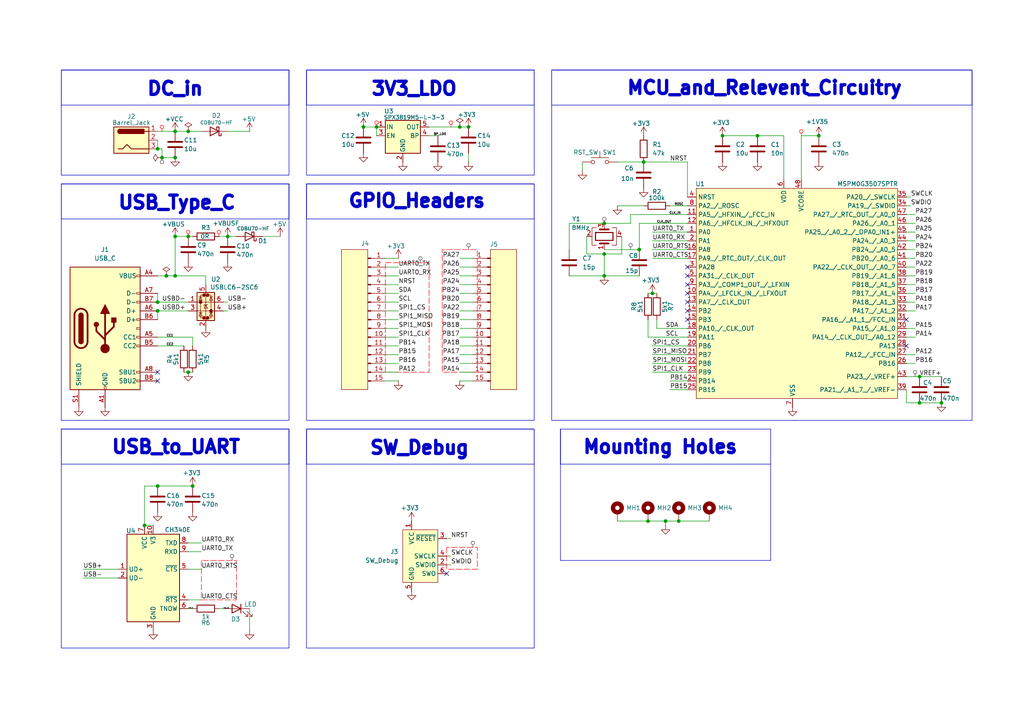
<source format=kicad_sch>
(kicad_sch (version 20250114) (generator "eeschema") (generator_version "9.0")
  (paper "A4")
  (title_block (title "MSPM0_DevKit") (date "2025-11-26") (rev "A") (company "Maduranga"))
  (lib_symbols
    (symbol "Conn_01x15_Pin_1" (pin_names (offset 1.016) (hide yes))
      (property "Reference" "J4" (at 0.635 22.86 0))
      (symbol "Conn_01x15_Pin_1_1_1"
        (pin passive line (at 5.08 17.78 180) (length 3.81) (name "Pin_1") (number "1"))
        (pin passive line (at 5.08 15.24 180) (length 3.81) (name "Pin_2") (number "2"))
        (pin passive line (at 5.08 12.7 180) (length 3.81) (name "Pin_3") (number "3"))
        (pin passive line (at 5.08 10.16 180) (length 3.81) (name "Pin_4") (number "4"))
        (pin passive line (at 5.08 7.62 180) (length 3.81) (name "Pin_5") (number "5"))
        (pin passive line (at 5.08 5.08 180) (length 3.81) (name "Pin_6") (number "6"))
        (pin passive line (at 5.08 2.54 180) (length 3.81) (name "Pin_7") (number "7"))
        (pin passive line (at 5.08 0 180) (length 3.81) (name "Pin_8") (number "8"))
        (pin passive line (at 5.08 -2.54 180) (length 3.81) (name "Pin_9") (number "9"))
        (pin passive line (at 5.08 -5.08 180) (length 3.81) (name "Pin_10") (number "10"))
        (pin passive line (at 5.08 -7.62 180) (length 3.81) (name "Pin_11") (number "11"))
        (pin passive line (at 5.08 -10.16 180) (length 3.81) (name "Pin_12") (number "12"))
        (pin passive line (at 5.08 -12.7 180) (length 3.81) (name "Pin_13") (number "13"))
        (pin passive line (at 5.08 -15.24 180) (length 3.81) (name "Pin_14") (number "14"))
        (pin passive line (at 5.08 -17.78 180) (length 3.81) (name "Pin_15") (number "15"))
      )
    )
    (symbol "Connector:Barrel_Jack" (pin_names (offset 1.016))
      (property "Reference" "J2" (at 0 8.89 0))
      (property "Value" "Barrel_Jack" (at 0 6.35 0))
      (symbol "Barrel_Jack_1_1"
        (pin passive line (at 7.62 2.54 180) (length 2.54) (name "~") (number "1"))
        (pin passive line (at 7.62 0 180) (length 2.54) (name "~") (number "2"))
        (pin passive line (at 7.62 -2.54 180) (length 2.54) (name "") (number "3"))
      )
    )
    (symbol "Connector:Conn_01x15_Pin" (pin_names (offset 1.016) (hide yes))
      (property "Reference" "J5" (at 0.635 20.32 0))
      (symbol "Conn_01x15_Pin_1_1"
        (pin passive line (at 5.08 17.78 180) (length 3.81) (name "Pin_1") (number "1"))
        (pin passive line (at 5.08 15.24 180) (length 3.81) (name "Pin_2") (number "2"))
        (pin passive line (at 5.08 12.7 180) (length 3.81) (name "Pin_3") (number "3"))
        (pin passive line (at 5.08 10.16 180) (length 3.81) (name "Pin_4") (number "4"))
        (pin passive line (at 5.08 7.62 180) (length 3.81) (name "Pin_5") (number "5"))
        (pin passive line (at 5.08 5.08 180) (length 3.81) (name "Pin_6") (number "6"))
        (pin passive line (at 5.08 2.54 180) (length 3.81) (name "Pin_7") (number "7"))
        (pin passive line (at 5.08 0 180) (length 3.81) (name "Pin_8") (number "8"))
        (pin passive line (at 5.08 -2.54 180) (length 3.81) (name "Pin_9") (number "9"))
        (pin passive line (at 5.08 -5.08 180) (length 3.81) (name "Pin_10") (number "10"))
        (pin passive line (at 5.08 -7.62 180) (length 3.81) (name "Pin_11") (number "11"))
        (pin passive line (at 5.08 -10.16 180) (length 3.81) (name "Pin_12") (number "12"))
        (pin passive line (at 5.08 -12.7 180) (length 3.81) (name "Pin_13") (number "13"))
        (pin passive line (at 5.08 -15.24 180) (length 3.81) (name "Pin_14") (number "14"))
        (pin passive line (at 5.08 -17.78 180) (length 3.81) (name "Pin_15") (number "15"))
      )
    )
    (symbol "Connector:Conn_ARM_SWD_TagConnect_TC2030" (in_bom no)
      (property "Reference" "J" (at 2.54 11.43 0))
      (property "Value" "Conn_ARM_SWD_TagConnect_TC2030" (at 5.08 8.89 0))
      (symbol "Conn_ARM_SWD_TagConnect_TC2030_0_0"
        (pin power_in line (at -2.54 10.16 270) (length 2.54) (name "VCC") (number "1"))
        (pin power_in line (at -2.54 -10.16 90) (length 2.54) (name "GND") (number "5"))
        (pin open_collector line (at 7.62 5.08 180) (length 2.54) (name "~{RESET}") (number "3"))
        (pin output line (at 7.62 0 180) (length 2.54) (name "SWCLK") (number "4"))
        (pin bidirectional line (at 7.62 -2.54 180) (length 2.54) (name "SWDIO") (number "2"))
        (pin input line (at 7.62 -5.08 180) (length 2.54) (name "SWO") (number "6"))
      )
    )
    (symbol "Connector:USB_C_Receptacle_USB2.0_16P" (pin_names (offset 1.016))
      (property "Reference" "J1" (at 0 22.86 0))
      (property "Value" "USB_C_Receptacle_USB2.0_16P" (at 0 20.32 0))
      (symbol "USB_C_Receptacle_USB2.0_16P_1_1"
        (pin passive line (at -7.62 -22.86 90) (length 5.08) (name "SHIELD") (number "S1"))
        (pin passive line (at 0 -22.86 90) (length 5.08) (name "GND") (number "A1"))
        (pin passive line (at 0 -22.86 90) (length 5.08) (hide yes) (name "GND") (number "A12"))
        (pin passive line (at 0 -22.86 90) (length 5.08) (hide yes) (name "GND") (number "B1"))
        (pin passive line (at 0 -22.86 90) (length 5.08) (hide yes) (name "GND") (number "B12"))
        (pin passive line (at 15.24 15.24 180) (length 5.08) (name "VBUS") (number "A4"))
        (pin passive line (at 15.24 15.24 180) (length 5.08) (hide yes) (name "VBUS") (number "A9"))
        (pin passive line (at 15.24 15.24 180) (length 5.08) (hide yes) (name "VBUS") (number "B4"))
        (pin passive line (at 15.24 15.24 180) (length 5.08) (hide yes) (name "VBUS") (number "B9"))
        (pin bidirectional line (at 15.24 10.16 180) (length 5.08) (name "D-") (number "A7"))
        (pin bidirectional line (at 15.24 7.62 180) (length 5.08) (name "D-") (number "B7"))
        (pin bidirectional line (at 15.24 5.08 180) (length 5.08) (name "D+") (number "A6"))
        (pin bidirectional line (at 15.24 2.54 180) (length 5.08) (name "D+") (number "B6"))
        (pin bidirectional line (at 15.24 -2.54 180) (length 5.08) (name "CC1") (number "A5"))
        (pin bidirectional line (at 15.24 -5.08 180) (length 5.08) (name "CC2") (number "B5"))
        (pin bidirectional line (at 15.24 -12.7 180) (length 5.08) (name "SBU1") (number "A8"))
        (pin bidirectional line (at 15.24 -15.24 180) (length 5.08) (name "SBU2") (number "B8"))
      )
    )
    (symbol "Device:C" (pin_numbers (hide yes)) (pin_names (offset 0.254))
      (property "Reference" "C" (at 0.635 2.54 0))
      (property "Value" "C" (at 0.635 -2.54 0))
      (symbol "C_1_1"
        (pin passive line (at 0 3.81 270) (length 2.794) (name "~") (number "1"))
        (pin passive line (at 0 -3.81 90) (length 2.794) (name "~") (number "2"))
      )
    )
    (symbol "Device:Crystal_GND24" (pin_names (offset 1.016) (hide yes))
      (property "Reference" "Y" (at 3.175 5.08 0))
      (property "Value" "Crystal_GND24" (at 3.175 3.175 0))
      (symbol "Crystal_GND24_1_1"
        (pin passive line (at -3.81 0 0) (length 1.27) (name "1") (number "1"))
        (pin passive line (at 0 5.08 270) (length 1.27) (name "2") (number "2"))
        (pin passive line (at 0 -5.08 90) (length 1.27) (name "4") (number "4"))
        (pin passive line (at 3.81 0 180) (length 1.27) (name "3") (number "3"))
      )
    )
    (symbol "Device:D_Schottky" (pin_numbers (hide yes)) (pin_names (offset 1.016) (hide yes))
      (property "Reference" "D" (at 0 2.54 0))
      (property "Value" "D_Schottky" (at 0 -2.54 0))
      (symbol "D_Schottky_1_1"
        (pin passive line (at -3.81 0 0) (length 2.54) (name "K") (number "1"))
        (pin passive line (at 3.81 0 180) (length 2.54) (name "A") (number "2"))
      )
    )
    (symbol "Device:LED" (pin_numbers (hide yes)) (pin_names (offset 1.016) (hide yes))
      (property "Reference" "D" (at 0 2.54 0))
      (property "Value" "LED" (at 0 -2.54 0))
      (symbol "LED_1_1"
        (pin passive line (at -3.81 0 0) (length 2.54) (name "K") (number "1"))
        (pin passive line (at 3.81 0 180) (length 2.54) (name "A") (number "2"))
      )
    )
    (symbol "Device:R" (pin_numbers (hide yes)) (pin_names (offset 0))
      (property "Reference" "R" (at 2.032 0 90))
      (property "Value" "R" (at 0 0 90))
      (symbol "R_1_1"
        (pin passive line (at 0 3.81 270) (length 1.27) (name "~") (number "1"))
        (pin passive line (at 0 -3.81 90) (length 1.27) (name "~") (number "2"))
      )
    )
    (symbol "Interface_USB:CH340E"
      (property "Reference" "U4" (at -7.874 13.716 0))
      (property "Value" "CH340E" (at 3.302 13.97 0))
      (symbol "CH340E_1_1"
        (pin bidirectional line (at -10.16 2.54 0) (length 2.54) (name "UD+") (number "1"))
        (pin bidirectional line (at -10.16 0 0) (length 2.54) (name "UD-") (number "2"))
        (pin power_in line (at -2.54 15.24 270) (length 2.54) (name "VCC") (number "7"))
        (pin power_out line (at 0 15.24 270) (length 2.54) (name "V3") (number "10"))
        (pin power_in line (at 0 -15.24 90) (length 2.54) (name "GND") (number "3"))
        (pin output line (at 10.16 10.16 180) (length 2.54) (name "TXD") (number "8"))
        (pin input line (at 10.16 7.62 180) (length 2.54) (name "RXD") (number "9"))
        (pin input line (at 10.16 2.54 180) (length 2.54) (name "~{CTS}") (number "5"))
        (pin output line (at 10.16 -6.35 180) (length 2.54) (name "~{RTS}") (number "4"))
        (pin output line (at 10.16 -8.89 180) (length 2.54) (name "TNOW") (number "6"))
      )
    )
    (symbol "MSPM0_DevKit_SchLib:MSPM0G3507SPTR"
      (property "Reference" "U1" (at -0.254 1.27 0))
      (property "Value" "MSPM0G3507SPTR" (at 40.894 1.27 0))
      (symbol "MSPM0G3507SPTR_0_0"
        (pin input line (at -2.54 -2.54 0) (length 2.54) (name "NRST") (number "4"))
        (pin bidirectional line (at -2.54 -5.08 0) (length 2.54) (name "PA2_/_ROSC") (number "8"))
        (pin bidirectional line (at -2.54 -7.62 0) (length 2.54) (name "PA5_/_HFXIN_/_FCC_IN") (number "11"))
        (pin bidirectional line (at -2.54 -10.16 0) (length 2.54) (name "PA6_/_HFCLK_IN_/_HFXOUT") (number "12"))
        (pin bidirectional line (at -2.54 -12.7 0) (length 2.54) (name "PA0") (number "1"))
        (pin bidirectional line (at -2.54 -15.24 0) (length 2.54) (name "PA1") (number "2"))
        (pin bidirectional line (at -2.54 -17.78 0) (length 2.54) (name "PA8") (number "16"))
        (pin bidirectional line (at -2.54 -20.32 0) (length 2.54) (name "PA9_/_RTC_OUT/_CLK_OUT") (number "17"))
        (pin bidirectional line (at -2.54 -22.86 0) (length 2.54) (name "PA28") (number "3"))
        (pin bidirectional line (at -2.54 -25.4 0) (length 2.54) (name "PA31_/_CLK_OUT") (number "5"))
        (pin bidirectional line (at -2.54 -27.94 0) (length 2.54) (name "PA3_/_COMP1_OUT_/_LFXIN") (number "9"))
        (pin bidirectional line (at -2.54 -30.48 0) (length 2.54) (name "PA4_/_LFCLK_IN_/_LFXOUT") (number "10"))
        (pin bidirectional line (at -2.54 -33.02 0) (length 2.54) (name "PA7_/_CLK_OUT") (number "13"))
        (pin bidirectional line (at -2.54 -35.56 0) (length 2.54) (name "PB2") (number "14"))
        (pin bidirectional line (at -2.54 -38.1 0) (length 2.54) (name "PB3") (number "15"))
        (pin bidirectional line (at -2.54 -40.64 0) (length 2.54) (name "PA10_/_CLK_OUT") (number "18"))
        (pin bidirectional line (at -2.54 -43.18 0) (length 2.54) (name "PA11") (number "19"))
        (pin bidirectional line (at -2.54 -45.72 0) (length 2.54) (name "PB6") (number "20"))
        (pin bidirectional line (at -2.54 -48.26 0) (length 2.54) (name "PB7") (number "21"))
        (pin bidirectional line (at -2.54 -50.8 0) (length 2.54) (name "PB8") (number "22"))
        (pin bidirectional line (at -2.54 -53.34 0) (length 2.54) (name "PB9") (number "23"))
        (pin bidirectional line (at -2.54 -55.88 0) (length 2.54) (name "PB14") (number "24"))
        (pin bidirectional line (at -2.54 -58.42 0) (length 2.54) (name "PB15") (number "25"))
        (pin power_in line (at 25.4 2.54 270) (length 2.54) (name "VDD") (number "6"))
        (pin power_in line (at 27.94 -63.5 90) (length 2.54) (name "VSS") (number "7"))
        (pin bidirectional line (at 30.48 2.54 270) (length 2.54) (name "VCORE") (number "48"))
        (pin bidirectional line (at 60.96 -2.54 180) (length 2.54) (name "PA20_/_SWCLK") (number "35"))
        (pin bidirectional line (at 60.96 -5.08 180) (length 2.54) (name "PA19_/_SWDIO") (number "34"))
        (pin bidirectional line (at 60.96 -7.62 180) (length 2.54) (name "PA27_/_RTC_OUT_/_A0_0") (number "47"))
        (pin bidirectional line (at 60.96 -10.16 180) (length 2.54) (name "PA26_/_A0_1") (number "46"))
        (pin bidirectional line (at 60.96 -12.7 180) (length 2.54) (name "PA25_/_A0_2_/_OPA0_IN1+") (number "45"))
        (pin bidirectional line (at 60.96 -15.24 180) (length 2.54) (name "PA24_/_A0_3") (number "44"))
        (pin bidirectional line (at 60.96 -17.78 180) (length 2.54) (name "PB24_/_A0_5") (number "42"))
        (pin bidirectional line (at 60.96 -20.32 180) (length 2.54) (name "PB20_/_A0_6") (number "41"))
        (pin bidirectional line (at 60.96 -22.86 180) (length 2.54) (name "PA22_/_CLK_OUT_/_A0_7") (number "40"))
        (pin bidirectional line (at 60.96 -25.4 180) (length 2.54) (name "PB19_/_A1_6") (number "38"))
        (pin bidirectional line (at 60.96 -27.94 180) (length 2.54) (name "PB18_/_A1_5") (number "37"))
        (pin bidirectional line (at 60.96 -30.48 180) (length 2.54) (name "PB17_/_A1_4") (number "36"))
        (pin bidirectional line (at 60.96 -33.02 180) (length 2.54) (name "PA18_/_A1_3") (number "33"))
        (pin bidirectional line (at 60.96 -35.56 180) (length 2.54) (name "PA17_/_A1_2") (number "32"))
        (pin bidirectional line (at 60.96 -38.1 180) (length 2.54) (name "PA16_/_A1_1_/FCC_IN") (number "31"))
        (pin bidirectional line (at 60.96 -40.64 180) (length 2.54) (name "PA15_/_A1_0") (number "30"))
        (pin bidirectional line (at 60.96 -43.18 180) (length 2.54) (name "PA14_/_CLK_OUT_/A0_12") (number "29"))
        (pin bidirectional line (at 60.96 -45.72 180) (length 2.54) (name "PA13") (number "28"))
        (pin bidirectional line (at 60.96 -48.26 180) (length 2.54) (name "PA12_/_FCC_IN") (number "27"))
        (pin bidirectional line (at 60.96 -50.8 180) (length 2.54) (name "PB16") (number "26"))
        (pin bidirectional line (at 60.96 -54.61 180) (length 2.54) (name "PA23_/_VREF+") (number "43"))
        (pin bidirectional line (at 60.96 -58.42 180) (length 2.54) (name "PA21_/_A1_7_/_VREF-") (number "39"))
      )
    )
    (symbol "Mechanical:MountingHole_Pad" (pin_numbers (hide yes)) (pin_names (offset 1.016) (hide yes)) (in_bom no)
      (property "Reference" "H" (at 0 6.35 0))
      (property "Value" "MountingHole_Pad" (at 0 4.445 0))
      (symbol "MountingHole_Pad_1_1"
        (pin input line (at 0 -2.54 90) (length 2.54) (name "1") (number "1"))
      )
    )
    (symbol "Power_Protection:USBLC6-2SC6" (pin_names (hide yes))
      (property "Reference" "U" (at 0.635 5.715 0))
      (property "Value" "USBLC6-2SC6" (at 0.635 3.81 0))
      (symbol "USBLC6-2SC6_1_1"
        (pin passive line (at -5.08 0 0) (length 2.54) (name "I/O1") (number "1"))
        (pin passive line (at -5.08 -2.54 0) (length 2.54) (name "I/O2") (number "3"))
        (pin passive line (at 0 5.08 270) (length 2.54) (name "VBUS") (number "5"))
        (pin passive line (at 0 -7.62 90) (length 2.54) (name "GND") (number "2"))
        (pin passive line (at 5.08 0 180) (length 2.54) (name "I/O1") (number "6"))
        (pin passive line (at 5.08 -2.54 180) (length 2.54) (name "I/O2") (number "4"))
      )
    )
    (symbol "Regulator_Linear:SPX3819M5-L-3-3" (pin_names (offset 0.254))
      (property "Reference" "U" (at -3.81 5.715 0))
      (property "Value" "SPX3819M5-L-3-3" (at 0 5.715 0))
      (symbol "SPX3819M5-L-3-3_1_1"
        (pin power_in line (at -7.62 2.54 0) (length 2.54) (name "IN") (number "1"))
        (pin input line (at -7.62 0 0) (length 2.54) (name "EN") (number "3"))
        (pin power_in line (at 0 -7.62 90) (length 2.54) (name "GND") (number "2"))
        (pin power_out line (at 7.62 2.54 180) (length 2.54) (name "OUT") (number "5"))
        (pin input line (at 7.62 0 180) (length 2.54) (name "BP") (number "4"))
      )
    )
    (symbol "Switch:SW_Push" (pin_numbers (hide yes)) (pin_names (offset 1.016) (hide yes))
      (property "Reference" "SW1" (at 2.794 2.794 0))
      (property "Value" "RST_SW" (at -4.064 2.794 0))
      (symbol "SW_Push_1_1"
        (pin passive line (at -5.08 0 0) (length 2.54) (name "2") (number "2"))
        (pin passive line (at 5.08 0 180) (length 2.54) (name "1") (number "1"))
      )
    )
    (symbol "power:+1V35" (power) (pin_numbers (hide yes)) (pin_names (offset 0) (hide yes))
      (property "Value" "+1V35" (at 0 3.556 0))
      (symbol "+1V35_1_1"
        (pin power_in line (at 0 0 90) (length 0) (name "~") (number "1"))
      )
    )
    (symbol "power:+3V3" (power) (pin_numbers (hide yes)) (pin_names (offset 0) (hide yes))
      (property "Value" "+3V3" (at 0 3.556 0))
      (symbol "+3V3_1_1"
        (pin power_in line (at 0 0 90) (length 0) (name "~") (number "1"))
      )
    )
    (symbol "power:+5V" (power) (pin_numbers (hide yes)) (pin_names (offset 0) (hide yes))
      (property "Value" "+5V" (at 0 3.556 0))
      (symbol "+5V_1_1"
        (pin power_in line (at 0 0 90) (length 0) (name "~") (number "1"))
      )
    )
    (symbol "power:GND" (power) (pin_numbers (hide yes)) (pin_names (offset 0) (hide yes))
      (property "Value" "GND" (at 0 -3.81 0))
      (symbol "GND_1_1"
        (pin power_in line (at 0 0 270) (length 0) (name "~") (number "1"))
      )
    )
    (symbol "power:PWR_FLAG" (power) (pin_numbers (hide yes)) (pin_names (offset 0) (hide yes))
      (property "Value" "PWR_FLAG" (at 0 3.81 0))
      (symbol "PWR_FLAG_0_0"
        (pin power_out line (at 0 0 90) (length 0) (name "~") (number "1"))
      )
    )
    (symbol "power:VBUS" (power) (pin_numbers (hide yes)) (pin_names (offset 0) (hide yes))
      (property "Value" "VBUS" (at 0 3.556 0))
      (symbol "VBUS_1_1"
        (pin power_in line (at 0 0 90) (length 0) (name "~") (number "1"))
      )
    )
    (symbol "power:VCC" (power) (pin_numbers (hide yes)) (pin_names (offset 0) (hide yes))
      (property "Value" "VCC" (at 0 3.556 0))
      (symbol "VCC_1_1"
        (pin power_in line (at 0 0 90) (length 0) (name "~") (number "1"))
      )
    )
  )
  (rectangle (start 88.9 124.46) (end 154.94 134.62))
  (rectangle (start 88.9 53.34) (end 154.94 121.92))
  (rectangle (start 17.78 53.34) (end 83.82 121.92))
  (rectangle (start 88.9 53.34) (end 154.94 63.5))
  (rectangle (start 88.9 124.46) (end 154.94 187.96))
  (rectangle (start 17.78 53.34) (end 83.82 63.5))
  (rectangle (start 17.78 124.46) (end 83.82 187.96))
  (rectangle (start 160.02 20.32) (end 281.94 30.48))
  (rectangle (start 88.9 20.32) (end 154.94 30.48))
  (rectangle (start 160.02 20.32) (end 281.94 121.92))
  (rectangle (start 88.9 20.32) (end 154.94 50.8))
  (rectangle (start 17.78 124.46) (end 83.82 134.62))
  (rectangle (start 17.78 20.32) (end 83.82 30.48))
  (rectangle (start 17.78 20.32) (end 83.82 50.8))
  (text "MCU_and_Relevent_Circuitry\n" (at 221.742 25.654 0) (effects (font (size 3.81 3.81) (thickness 1.016) (bold yes))))
  (text "USB_Type_C" (at 51.308 58.928 0) (effects (font (size 3.81 3.81) (thickness 1.016) (bold yes))))
  (text "SW_Debug\n" (at 121.666 130.048 0) (effects (font (size 3.81 3.81) (thickness 1.016) (bold yes))))
  (text "DC_in" (at 50.8 25.908 0) (effects (font (size 3.81 3.81) (thickness 1.016) (bold yes))))
  (text "GPIO_Headers" (at 120.904 58.42 0) (effects (font (size 3.81 3.81) (thickness 1.016) (bold yes))))
  (text "Mounting Holes" (at 191.516 129.794 0) (effects (font (size 3.81 3.81) (thickness 1.016) (bold yes))))
  (text "3V3_LDO" (at 120.142 25.908 0) (effects (font (size 3.81 3.81) (thickness 1.016) (bold yes))))
  (text "USB_to_UART\n" (at 51.054 129.794 0) (effects (font (size 3.81 3.81) (thickness 1.016) (bold yes))))
  (junction (at 135.89 36.83))
  (junction (at 45.72 140.97))
  (junction (at 175.26 64.77))
  (junction (at 193.04 151.13))
  (junction (at 273.05 116.84))
  (junction (at 209.55 39.37))
  (junction (at 266.7 109.22))
  (junction (at 109.22 36.83))
  (junction (at 66.04 68.58))
  (junction (at 50.8 45.72))
  (junction (at 187.96 151.13))
  (junction (at 41.91 152.4))
  (junction (at 54.61 107.95))
  (junction (at 50.8 80.01))
  (junction (at 219.71 39.37))
  (junction (at 266.7 116.84))
  (junction (at 175.26 73.66))
  (junction (at 185.42 72.39))
  (junction (at 45.72 87.63))
  (junction (at 50.8 38.1))
  (junction (at 45.72 43.18))
  (junction (at 48.26 80.01))
  (junction (at 54.61 38.1))
  (junction (at 133.35 36.83))
  (junction (at 45.72 90.17))
  (junction (at 46.99 45.72))
  (junction (at 54.61 68.58))
  (junction (at 175.26 80.01))
  (junction (at 50.8 68.58))
  (junction (at 105.41 36.83))
  (junction (at 186.69 46.99))
  (junction (at 196.85 151.13))
  (junction (at 237.49 39.37))
  (junction (at 189.23 85.09))
  (junction (at 55.88 140.97))
  (no_connect (at 199.39 82.55))
  (no_connect (at 199.39 77.47))
  (no_connect (at 199.39 92.71))
  (no_connect (at 129.54 166.37))
  (no_connect (at 199.39 87.63))
  (no_connect (at 199.39 85.09))
  (no_connect (at 199.39 90.17))
  (no_connect (at 45.72 110.49))
  (no_connect (at 199.39 80.01))
  (no_connect (at 262.89 92.71))
  (no_connect (at 262.89 100.33))
  (no_connect (at 45.72 107.95))
  (wire (pts (xy 185.42 64.77) (xy 199.39 64.77)))
  (wire (pts (xy 175.26 72.39) (xy 185.42 72.39)))
  (wire (pts (xy 111.76 92.71) (xy 115.57 92.71)))
  (wire (pts (xy 199.39 62.23) (xy 182.88 62.23)))
  (wire (pts (xy 137.16 77.47) (xy 133.35 77.47)))
  (polyline (pts (xy 223.52 124.46) (xy 162.56 124.46)))
  (wire (pts (xy 41.91 152.4) (xy 44.45 152.4)))
  (wire (pts (xy 265.43 90.17) (xy 262.89 90.17)))
  (wire (pts (xy 194.31 110.49) (xy 199.39 110.49)))
  (wire (pts (xy 265.43 87.63) (xy 262.89 87.63)))
  (wire (pts (xy 187.96 97.79) (xy 199.39 97.79)))
  (wire (pts (xy 189.23 72.39) (xy 199.39 72.39)))
  (wire (pts (xy 24.13 165.1) (xy 34.29 165.1)))
  (wire (pts (xy 54.61 165.1) (xy 58.42 165.1)))
  (wire (pts (xy 168.91 49.53) (xy 168.91 46.99)))
  (wire (pts (xy 66.04 38.1) (xy 72.39 38.1)))
  (wire (pts (xy 182.88 64.77) (xy 175.26 64.77)))
  (wire (pts (xy 50.8 68.58) (xy 54.61 68.58)))
  (wire (pts (xy 41.91 152.4) (xy 41.91 140.97)))
  (wire (pts (xy 262.89 113.03) (xy 262.89 116.84)))
  (wire (pts (xy 199.39 46.99) (xy 186.69 46.99)))
  (wire (pts (xy 265.43 64.77) (xy 262.89 64.77)))
  (wire (pts (xy 54.61 68.58) (xy 55.88 68.58)))
  (wire (pts (xy 137.16 110.49) (xy 133.35 110.49)))
  (wire (pts (xy 111.76 87.63) (xy 115.57 87.63)))
  (wire (pts (xy 137.16 97.79) (xy 133.35 97.79)))
  (wire (pts (xy 54.61 173.99) (xy 58.42 173.99)))
  (wire (pts (xy 265.43 69.85) (xy 262.89 69.85)))
  (wire (pts (xy 53.34 107.95) (xy 54.61 107.95)))
  (wire (pts (xy 196.85 151.13) (xy 205.74 151.13)))
  (wire (pts (xy 111.76 77.47) (xy 115.57 77.47)))
  (wire (pts (xy 189.23 102.87) (xy 199.39 102.87)))
  (wire (pts (xy 129.54 163.83) (xy 130.81 163.83)))
  (wire (pts (xy 265.43 85.09) (xy 262.89 85.09)))
  (wire (pts (xy 64.77 176.53) (xy 63.5 176.53)))
  (wire (pts (xy 175.26 80.01) (xy 185.42 80.01)))
  (wire (pts (xy 111.76 80.01) (xy 115.57 80.01)))
  (wire (pts (xy 227.33 52.07) (xy 227.33 39.37)))
  (wire (pts (xy 209.55 39.37) (xy 219.71 39.37)))
  (wire (pts (xy 45.72 92.71) (xy 45.72 90.17)))
  (wire (pts (xy 190.5 92.71) (xy 190.5 95.25)))
  (wire (pts (xy 165.1 80.01) (xy 175.26 80.01)))
  (wire (pts (xy 194.31 113.03) (xy 199.39 113.03)))
  (wire (pts (xy 50.8 80.01) (xy 59.69 80.01)))
  (wire (pts (xy 111.76 100.33) (xy 115.57 100.33)))
  (wire (pts (xy 265.43 95.25) (xy 262.89 95.25)))
  (wire (pts (xy 227.33 39.37) (xy 219.71 39.37)))
  (polyline (pts (xy 162.56 134.62) (xy 223.52 134.62)))
  (wire (pts (xy 179.07 46.99) (xy 186.69 46.99)))
  (wire (pts (xy 137.16 100.33) (xy 133.35 100.33)))
  (wire (pts (xy 55.88 176.53) (xy 54.61 176.53)))
  (wire (pts (xy 24.13 167.64) (xy 34.29 167.64)))
  (polyline (pts (xy 162.56 162.56) (xy 223.52 162.56)))
  (wire (pts (xy 48.26 80.01) (xy 50.8 80.01)))
  (wire (pts (xy 194.31 59.69) (xy 199.39 59.69)))
  (wire (pts (xy 264.16 57.15) (xy 262.89 57.15)))
  (wire (pts (xy 111.76 107.95) (xy 115.57 107.95)))
  (wire (pts (xy 46.99 45.72) (xy 50.8 45.72)))
  (wire (pts (xy 190.5 95.25) (xy 199.39 95.25)))
  (wire (pts (xy 187.96 151.13) (xy 193.04 151.13)))
  (wire (pts (xy 137.16 105.41) (xy 133.35 105.41)))
  (wire (pts (xy 45.72 87.63) (xy 54.61 87.63)))
  (wire (pts (xy 111.76 95.25) (xy 115.57 95.25)))
  (wire (pts (xy 232.41 52.07) (xy 232.41 39.37)))
  (polyline (pts (xy 162.56 124.46) (xy 162.56 162.56)))
  (wire (pts (xy 130.81 161.29) (xy 129.54 161.29)))
  (wire (pts (xy 265.43 80.01) (xy 262.89 80.01)))
  (wire (pts (xy 54.61 107.95) (xy 55.88 107.95)))
  (wire (pts (xy 50.8 68.58) (xy 50.8 80.01)))
  (wire (pts (xy 66.04 90.17) (xy 64.77 90.17)))
  (wire (pts (xy 137.16 74.93) (xy 133.35 74.93)))
  (wire (pts (xy 45.72 40.64) (xy 45.72 43.18)))
  (wire (pts (xy 54.61 38.1) (xy 58.42 38.1)))
  (wire (pts (xy 182.88 62.23) (xy 182.88 64.77)))
  (wire (pts (xy 124.46 36.83) (xy 133.35 36.83)))
  (wire (pts (xy 54.61 160.02) (xy 58.42 160.02)))
  (wire (pts (xy 137.16 92.71) (xy 133.35 92.71)))
  (wire (pts (xy 111.76 90.17) (xy 115.57 90.17)))
  (wire (pts (xy 59.69 80.01) (xy 59.69 82.55)))
  (wire (pts (xy 262.89 102.87) (xy 265.43 102.87)))
  (wire (pts (xy 45.72 100.33) (xy 53.34 100.33)))
  (wire (pts (xy 45.72 85.09) (xy 45.72 87.63)))
  (wire (pts (xy 55.88 97.79) (xy 55.88 100.33)))
  (wire (pts (xy 185.42 72.39) (xy 185.42 64.77)))
  (wire (pts (xy 266.7 116.84) (xy 273.05 116.84)))
  (wire (pts (xy 46.99 43.18) (xy 46.99 45.72)))
  (wire (pts (xy 45.72 80.01) (xy 48.26 80.01)))
  (wire (pts (xy 265.43 62.23) (xy 262.89 62.23)))
  (polyline (pts (xy 223.52 134.62) (xy 223.52 162.56)))
  (wire (pts (xy 66.04 87.63) (xy 64.77 87.63)))
  (wire (pts (xy 170.18 68.58) (xy 170.18 73.66)))
  (wire (pts (xy 66.04 68.58) (xy 68.58 68.58)))
  (wire (pts (xy 124.46 39.37) (xy 127 39.37)))
  (wire (pts (xy 266.7 109.22) (xy 273.05 109.22)))
  (wire (pts (xy 129.54 156.21) (xy 130.81 156.21)))
  (wire (pts (xy 262.89 105.41) (xy 265.43 105.41)))
  (wire (pts (xy 63.5 68.58) (xy 66.04 68.58)))
  (wire (pts (xy 175.26 73.66) (xy 175.26 80.01)))
  (wire (pts (xy 265.43 74.93) (xy 262.89 74.93)))
  (wire (pts (xy 180.34 68.58) (xy 180.34 73.66)))
  (wire (pts (xy 189.23 107.95) (xy 199.39 107.95)))
  (wire (pts (xy 265.43 82.55) (xy 262.89 82.55)))
  (wire (pts (xy 189.23 74.93) (xy 199.39 74.93)))
  (wire (pts (xy 189.23 100.33) (xy 199.39 100.33)))
  (wire (pts (xy 187.96 85.09) (xy 189.23 85.09)))
  (wire (pts (xy 179.07 59.69) (xy 186.69 59.69)))
  (wire (pts (xy 45.72 38.1) (xy 50.8 38.1)))
  (wire (pts (xy 133.35 36.83) (xy 135.89 36.83)))
  (wire (pts (xy 232.41 39.37) (xy 237.49 39.37)))
  (wire (pts (xy 111.76 105.41) (xy 115.57 105.41)))
  (wire (pts (xy 109.22 36.83) (xy 109.22 39.37)))
  (wire (pts (xy 137.16 82.55) (xy 133.35 82.55)))
  (polyline (pts (xy 162.56 124.46) (xy 162.56 134.62)))
  (wire (pts (xy 189.23 69.85) (xy 199.39 69.85)))
  (wire (pts (xy 45.72 97.79) (xy 55.88 97.79)))
  (wire (pts (xy 170.18 73.66) (xy 175.26 73.66)))
  (wire (pts (xy 111.76 110.49) (xy 115.57 110.49)))
  (wire (pts (xy 45.72 140.97) (xy 55.88 140.97)))
  (wire (pts (xy 179.07 151.13) (xy 187.96 151.13)))
  (wire (pts (xy 111.76 82.55) (xy 115.57 82.55)))
  (wire (pts (xy 193.04 151.13) (xy 196.85 151.13)))
  (wire (pts (xy 165.1 64.77) (xy 175.26 64.77)))
  (wire (pts (xy 175.26 73.66) (xy 180.34 73.66)))
  (wire (pts (xy 265.43 97.79) (xy 262.89 97.79)))
  (wire (pts (xy 137.16 90.17) (xy 133.35 90.17)))
  (wire (pts (xy 262.89 116.84) (xy 266.7 116.84)))
  (wire (pts (xy 137.16 95.25) (xy 133.35 95.25)))
  (wire (pts (xy 137.16 107.95) (xy 133.35 107.95)))
  (wire (pts (xy 45.72 43.18) (xy 46.99 43.18)))
  (wire (pts (xy 165.1 72.39) (xy 165.1 64.77)))
  (wire (pts (xy 72.39 176.53) (xy 72.39 182.88)))
  (polyline (pts (xy 223.52 134.62) (xy 223.52 124.46)))
  (wire (pts (xy 190.5 85.09) (xy 189.23 85.09)))
  (wire (pts (xy 111.76 102.87) (xy 115.57 102.87)))
  (wire (pts (xy 137.16 80.01) (xy 133.35 80.01)))
  (wire (pts (xy 111.76 74.93) (xy 115.57 74.93)))
  (wire (pts (xy 199.39 57.15) (xy 199.39 46.99)))
  (wire (pts (xy 50.8 38.1) (xy 54.61 38.1)))
  (wire (pts (xy 189.23 105.41) (xy 199.39 105.41)))
  (wire (pts (xy 137.16 87.63) (xy 133.35 87.63)))
  (wire (pts (xy 54.61 157.48) (xy 58.42 157.48)))
  (wire (pts (xy 265.43 72.39) (xy 262.89 72.39)))
  (wire (pts (xy 265.43 77.47) (xy 262.89 77.47)))
  (wire (pts (xy 135.89 44.45) (xy 135.89 46.99)))
  (wire (pts (xy 111.76 97.79) (xy 115.57 97.79)))
  (wire (pts (xy 41.91 140.97) (xy 45.72 140.97)))
  (wire (pts (xy 111.76 85.09) (xy 115.57 85.09)))
  (wire (pts (xy 45.72 90.17) (xy 54.61 90.17)))
  (wire (pts (xy 189.23 67.31) (xy 199.39 67.31)))
  (wire (pts (xy 193.04 151.13) (xy 193.04 152.4)))
  (wire (pts (xy 137.16 85.09) (xy 133.35 85.09)))
  (wire (pts (xy 76.2 68.58) (xy 81.28 68.58)))
  (wire (pts (xy 262.89 109.22) (xy 266.7 109.22)))
  (wire (pts (xy 105.41 36.83) (xy 109.22 36.83)))
  (wire (pts (xy 137.16 102.87) (xy 133.35 102.87)))
  (wire (pts (xy 262.89 59.69) (xy 264.16 59.69)))
  (wire (pts (xy 187.96 92.71) (xy 187.96 97.79)))
  (wire (pts (xy 265.43 67.31) (xy 262.89 67.31)))
  (label "SPI1_MOSI" (at 189.23 105.41 0))
  (label "SCL" (at 115.57 87.63 0))
  (label "BP_LDO" (at 125.73 39.37 0) (effects (font (size 0.635 0.635))))
  (label "UART0_TX" (at 189.23 67.31 0))
  (label "SPI1_MISO" (at 115.57 92.71 0))
  (label "CLK_OUT" (at 190.5 64.77 0) (effects (font (size 0.635 0.635))))
  (label "PB17" (at 133.35 97.79 180))
  (label "CC2" (at 48.26 100.33 0) (effects (font (size 0.635 0.635))))
  (label "SWCLK" (at 264.16 57.15 0))
  (label "VREF+" (at 266.7 109.22 0))
  (label "TNO_LED" (at 64.77 176.53 0) (effects (font (size 0.254 0.254))))
  (label "SCL" (at 193.04 97.79 0))
  (label "PA24" (at 265.43 69.85 0))
  (label "USB+" (at 24.13 165.1 0))
  (label "PA17" (at 265.43 90.17 0))
  (label "PB14" (at 115.57 100.33 0))
  (label "SPI1_CS" (at 115.57 90.17 0))
  (label "PA22" (at 265.43 77.47 0))
  (label "UART0_TX" (at 115.57 77.47 0))
  (label "NRST" (at 115.57 82.55 0))
  (label "PB20" (at 133.35 87.63 180))
  (label "USBD+" (at 46.99 90.17 0))
  (label "PA14" (at 265.43 97.79 0))
  (label "PB18" (at 265.43 82.55 0))
  (label "PB16" (at 265.43 105.41 0))
  (label "PB18" (at 133.35 95.25 180))
  (label "PA22" (at 133.35 90.17 180))
  (label "PA14" (at 133.35 107.95 180))
  (label "UART0_CTS" (at 189.23 74.93 0))
  (label "PB16" (at 115.57 105.41 0))
  (label "PA18" (at 133.35 100.33 180))
  (label "USB-" (at 66.04 87.63 0))
  (label "SPI1_CLK" (at 115.57 97.79 0))
  (label "SPI1_CS" (at 189.23 100.33 0))
  (label "PA17" (at 133.35 102.87 180))
  (label "UART0_CTS" (at 58.42 173.99 0))
  (label "SDA" (at 115.57 85.09 0))
  (label "SDA" (at 193.04 95.25 0))
  (label "TNO_IC" (at 54.61 176.53 0) (effects (font (size 0.254 0.254))))
  (label "ROSC" (at 195.58 59.69 0) (effects (font (size 0.635 0.635))))
  (label "UART0_RTS" (at 189.23 72.39 0))
  (label "PB24" (at 133.35 85.09 180))
  (label "PA12" (at 265.43 102.87 0))
  (label "NRST" (at 130.81 156.21 0))
  (label "UART0_RX" (at 189.23 69.85 0))
  (label "CC1" (at 48.26 97.79 0) (effects (font (size 0.635 0.635))))
  (label "UART0_RX" (at 115.57 80.01 0))
  (label "PB14" (at 194.31 110.49 0))
  (label "PB15" (at 115.57 102.87 0))
  (label "PA12" (at 115.57 107.95 0))
  (label "CLK_IN" (at 194.0921 62.23 0) (effects (font (size 0.635 0.635))))
  (label "USB-" (at 24.13 167.64 0))
  (label "PA25" (at 265.43 67.31 0))
  (label "PA26" (at 265.43 64.77 0))
  (label "NRST" (at 194.31 46.99 0))
  (label "UART0_TX" (at 58.42 160.02 0))
  (label "USBD-" (at 46.99 87.63 0))
  (label "PA25" (at 133.35 80.01 180))
  (label "PB15" (at 194.31 113.03 0))
  (label "PA15" (at 265.43 95.25 0))
  (label "SWDIO" (at 130.81 163.83 0))
  (label "UART0_RX" (at 58.42 157.48 0))
  (label "PA15" (at 133.35 105.41 180))
  (label "PA27" (at 133.35 74.93 180))
  (label "PA24" (at 133.35 82.55 180))
  (label "SPI1_MISO" (at 189.23 102.87 0))
  (label "PB20" (at 265.43 74.93 0))
  (label "PB17" (at 265.43 85.09 0))
  (label "PB19" (at 265.43 80.01 0))
  (label "PB19" (at 133.35 92.71 180))
  (label "SPI1_CLK" (at 189.23 107.95 0))
  (label "PB24" (at 265.43 72.39 0))
  (label "UART0_RTS" (at 58.42 165.1 0))
  (label "SPI1_MOSI" (at 115.57 95.25 0))
  (label "PA26" (at 133.35 77.47 180))
  (label "PA18" (at 265.43 87.63 0))
  (label "SWDIO" (at 264.16 59.69 0))
  (label "SWCLK" (at 130.81 161.29 0))
  (label "PA27" (at 265.43 62.23 0))
  (label "USB+" (at 66.04 90.17 0))
  (rule_area (polyline (pts (xy 129.54 158.75) (xy 129.54 165.1) (xy 138.43 165.1) (xy 138.43 158.75)) (stroke (width 0) (type dash))))
  (rule_area (polyline (pts (xy 111.76 76.2) (xy 124.46 76.2) (xy 124.46 107.95) (xy 111.76 107.95)) (stroke (width 0) (type dash))))
  (rule_area (polyline (pts (xy 138.43 74.93) (xy 138.43 107.95) (xy 128.27 107.95) (xy 128.27 72.39) (xy 138.43 72.39)) (stroke (width 0) (type dash))))
  (rule_area (polyline (pts (xy 58.42 162.56) (xy 58.42 173.99) (xy 68.58 173.99) (xy 68.58 162.56)) (stroke (width 0) (type dash))))
  (netclass_flag "" (length 1.27) (shape round) (at 63.5 68.58 0) (property "Netclass" "Power" (effects (hide yes))))
  (netclass_flag "" (length 1.27) (shape round) (at 135.89 72.39 0) (property "Netclass" "Analog_GPIOs" (effects (hide yes))))
  (netclass_flag "" (length 1.27) (shape round) (at 265.43 109.22 0) (property "Netclass" "Analog_GPIOs" (effects (hide yes))))
  (netclass_flag "" (length 1.27) (shape round) (at 46.99 45.72 180) (property "Netclass" "GND" (effects (hide yes))))
  (netclass_flag "" (length 1.27) (shape round) (at 137.16 158.75 0) (property "Netclass" "Digital_Signals" (effects (hide yes))))
  (netclass_flag "" (length 1.27) (shape round) (at 54.61 68.58 0) (property "Netclass" "Power" (effects (hide yes))))
  (netclass_flag "" (length 1.27) (shape round) (at 121.92 76.2 0) (property "Netclass" "Digital_Signals" (effects (hide yes))))
  (netclass_flag "" (length 1.27) (shape round) (at 109.22 36.83 0) (property "Netclass" "Power" (effects (hide yes))))
  (netclass_flag "" (length 1.27) (shape round) (at 130.81 36.83 0) (property "Netclass" "Power" (effects (hide yes))))
  (netclass_flag "" (length 1.27) (shape round) (at 182.88 72.39 0) (property "Netclass" "Digital_Signals" (effects (hide yes))))
  (netclass_flag "" (length 1.27) (shape round) (at 175.26 64.77 0) (property "Netclass" "Digital_Signals" (effects (hide yes))))
  (netclass_flag "" (length 1.27) (shape round) (at 67.31 162.56 0) (property "Netclass" "Digital_Signals" (effects (hide yes))))
  (netclass_flag "" (length 1.27) (shape round) (at 46.99 38.1 0) (property "Netclass" "Power" (effects (hide yes))))
  (netclass_flag "" (length 1.27) (shape round) (at 232.41 39.37 0) (property "Netclass" "Power" (effects (hide yes))))
  (symbol (lib_id "power:GND") (at 119.38 171.45 0) (unit 1)
    (property "Reference" "#PWR029" (effects (hide yes)))
    (property "Value" "GND" (effects (hide yes)))
    (property "Description" "Power symbol creates a global label with name \"GND\" , ground" (effects (hide yes)))
  )
  (symbol (lib_id "power:GND") (at 219.71 46.99 0) (unit 1)
    (property "Reference" "#PWR04" (effects (hide yes)))
    (property "Value" "GND" (effects (hide yes)))
    (property "Description" "Power symbol creates a global label with name \"GND\" , ground" (effects (hide yes)))
  )
  (symbol (lib_id "Device:R") (at 190.5 59.69 90) (unit 1)
    (property "Reference" "R2" (at 190.5 55.626 90))
    (property "Value" "100k" (at 190.5 57.404 90))
    (property "Footprint" "Resistor_SMD:R_0603_1608Metric" (effects (hide yes)))
    (property "Datasheet" "https://www.mouser.com/datasheet/3/508/1/PYu-AE_51_RoHS_L_1.pdf" (effects (hide yes)))
    (property "Description" "Thick Film Resistors - SMD 100KOhm 0603 1/3W 0.1% Hal Free AEC-Q200" (effects (hide yes)))
    (property "Manufacturer" "YAGEO" (effects (hide yes)))
    (property "Manufacturer Part Number" "AE0603BR-07100KL " (effects (hide yes)))
    (property "Mouser No." "603-AE0603BR-07100KL" (effects (hide yes)))
    (property "LSCS No." "C14675" (effects (hide yes)))
  )
  (symbol (lib_id "power:GND") (at 44.45 182.88 0) (unit 1)
    (property "Reference" "#PWR033" (effects (hide yes)))
    (property "Value" "GND" (effects (hide yes)))
    (property "Description" "Power symbol creates a global label with name \"GND\" , ground" (effects (hide yes)))
  )
  (symbol (lib_id "power:+3V3") (at 119.38 151.13 0) (unit 1)
    (property "Reference" "#PWR028" (effects (hide yes)))
    (property "Value" "+3V3" (at 118.872 147.32 0))
    (property "Description" "Power symbol creates a global label with name \"+3V3\"" (effects (hide yes)))
  )
  (symbol (lib_id "Device:LED") (at 68.58 176.53 0) (mirror y) (unit 1)
    (property "Reference" "D3" (at 68.326 179.578 0))
    (property "Value" "LED" (at 72.644 175.26 0))
    (property "Footprint" "LED_SMD:LED_0603_1608Metric" (effects (hide yes)))
    (property "Datasheet" "https://www.mouser.com/datasheet/3/5912/1/LS_Q976.01_EN.pdf" (effects (hide yes)))
    (property "Description" "Light emitting diode" (effects (hide yes)))
    (property "Sim.Pins" "1=K 2=A" (effects (hide yes)))
    (property "Manufacturer" "ams OSRAM" (effects (hide yes)))
    (property "Manufacturer Part Number" "LS Q976.01-N1Q2-1" (effects (hide yes)))
    (property "Mouser No." "720-LSQ976.01-N1Q2-1 " (effects (hide yes)))
    (property "LCSC No." "C25409024" (effects (hide yes)))
  )
  (symbol (lib_id "power:GND") (at 105.41 44.45 0) (unit 1)
    (property "Reference" "#PWR022" (effects (hide yes)))
    (property "Value" "GND" (effects (hide yes)))
    (property "Description" "Power symbol creates a global label with name \"GND\" , ground" (effects (hide yes)))
  )
  (symbol (lib_id "power:+3V3") (at 135.89 36.83 0) (unit 1)
    (property "Reference" "#PWR025" (effects (hide yes)))
    (property "Value" "+3V3" (at 135.382 33.274 0))
    (property "Description" "Power symbol creates a global label with name \"+3V3\"" (effects (hide yes)))
  )
  (symbol (lib_id "power:VBUS") (at 50.8 68.58 0) (unit 1)
    (property "Reference" "#PWR015" (effects (hide yes)))
    (property "Value" "+VBUS" (at 50.292 65.024 0))
    (property "Description" "Power symbol creates a global label with name \"VBUS\"" (effects (hide yes)))
  )
  (symbol (lib_id "power:GND") (at 133.35 110.49 0) (mirror y) (unit 1)
    (property "Reference" "#PWR039" (effects (hide yes)))
    (property "Value" "GND" (effects (hide yes)))
    (property "Description" "Power symbol creates a global label with name \"GND\" , ground" (effects (hide yes)))
  )
  (symbol (lib_id "power:VCC") (at 50.8 38.1 0) (unit 1)
    (property "Reference" "#PWR019" (effects (hide yes)))
    (property "Value" "+VCC" (at 50.546 34.544 0))
    (property "Description" "Power symbol creates a global label with name \"VCC\"" (effects (hide yes)))
  )
  (symbol (lib_id "Mechanical:MountingHole_Pad") (at 187.96 148.59 0) (unit 1) (exclude_from_sim yes) (in_bom no)
    (property "Reference" "MH2" (at 190.5 147.3199 0) (effects (justify left)))
    (property "Value" "MountingHole_Pad" (effects (hide yes)))
    (property "Footprint" "MountingHole:MountingHole_2.2mm_M2_Pad_Via" (effects (hide yes)))
    (property "Description" "Mounting Hole with connection" (effects (hide yes)))
  )
  (symbol (lib_id "Device:C") (at 273.05 113.03 0) (unit 1)
    (property "Reference" "C5" (at 273.304 110.49 0) (effects (justify left)))
    (property "Value" "470n" (at 273.304 115.57 0) (effects (justify left)))
    (property "Footprint" "Capacitor_SMD:C_0603_1608Metric" (effects (hide yes)))
    (property "Datasheet" "https://www.mouser.com/datasheet/3/508/1/UPY-GPHC_X7R_6.3V-to-250V_24.pdf" (effects (hide yes)))
    (property "Description" "Multilayer Ceramic Capacitors MLCC - SMD/SMT 25V 0.47uF X7R 0603 10%" (effects (hide yes)))
    (property "Manufacuter" "YAGEO" (effects (hide yes)))
    (property "Manufacuter Part Number" "CC0603KRX7R8BB474" (effects (hide yes)))
    (property "Mouser No." "603-CC603KRX7R8BB474" (effects (hide yes)))
    (property "LCSC No." "C326058" (effects (hide yes)))
  )
  (symbol (lib_id "Device:C") (at 50.8 41.91 0) (unit 1)
    (property "Reference" "C11" (at 53.34 40.64 0) (effects (justify left)))
    (property "Value" "10u" (at 53.34 43.18 0) (effects (justify left)))
    (property "Footprint" "Capacitor_SMD:C_0603_1608Metric" (effects (hide yes)))
    (property "Datasheet" "https://www.mouser.com/datasheet/3/508/1/upy-gphc_x5r_4v-to-50v.pdf" (effects (hide yes)))
    (property "Description" "Multilayer Ceramic Capacitors MLCC - SMD/SMT 10V 10uF X5R 0603 20% HI CV" (effects (hide yes)))
    (property "Manufacuter" "YAGEO" (effects (hide yes)))
    (property "Manufacuter Part Number" "CC0603MRX5R6BB106" (effects (hide yes)))
    (property "Mouser No." "603-CC603MRX5R6BB106" (effects (hide yes)))
    (property "LCSC No." "C109453" (effects (hide yes)))
  )
  (symbol (lib_id "Mechanical:MountingHole_Pad") (at 205.74 148.59 0) (unit 1) (exclude_from_sim yes) (in_bom no)
    (property "Reference" "MH4" (at 208.28 147.3199 0) (effects (justify left)))
    (property "Value" "MountingHole_Pad" (effects (hide yes)))
    (property "Footprint" "MountingHole:MountingHole_2.2mm_M2_Pad_Via" (effects (hide yes)))
    (property "Description" "Mounting Hole with connection" (effects (hide yes)))
  )
  (symbol (lib_id "Device:C") (at 186.69 50.8 0) (unit 1)
    (property "Reference" "C6" (at 181.102 48.768 0) (effects (justify left)))
    (property "Value" "10n" (at 180.086 51.816 0) (effects (justify left)))
    (property "Footprint" "Capacitor_SMD:C_0603_1608Metric" (effects (hide yes)))
    (property "Datasheet" "https://www.mouser.com/datasheet/3/508/1/UPY-GPHC_X7R_6.3V-to-250V_24.pdf" (effects (hide yes)))
    (property "Description" "Multilayer Ceramic Capacitors MLCC - SMD/SMT 50V 0.01uF X7R 0603 10%" (effects (hide yes)))
    (property "Manufacuter" "YAGEO" (effects (hide yes)))
    (property "Manufacuter Part Number" "CC0603KRX7R9BB103" (effects (hide yes)))
    (property "Mouser No." "603-CC603KRX7R9BB103" (effects (hide yes)))
    (property "LCSC No." "C100042" (effects (hide yes)))
  )
  (symbol (lib_id "power:GND") (at 209.55 46.99 0) (unit 1)
    (property "Reference" "#PWR05" (effects (hide yes)))
    (property "Value" "GND" (effects (hide yes)))
    (property "Description" "Power symbol creates a global label with name \"GND\" , ground" (effects (hide yes)))
  )
  (symbol (lib_id "power:+5V") (at 81.28 68.58 0) (unit 1)
    (property "Reference" "#PWR041" (effects (hide yes)))
    (property "Value" "+5V" (at 81.026 65.024 0))
    (property "Description" "Power symbol creates a global label with name \"+5V\"" (effects (hide yes)))
  )
  (symbol (lib_id "Device:R") (at 59.69 68.58 90) (unit 1)
    (property "Reference" "R3" (at 59.69 66.04 90))
    (property "Value" "0R" (at 59.436 68.58 90))
    (property "Footprint" "Resistor_SMD:R_0603_1608Metric" (effects (hide yes)))
    (property "Datasheet" "https://www.mouser.com/datasheet/3/40/1/cr.pdf" (effects (hide yes)))
    (property "Description" "Thick Film Resistors - SMD ResA 0603 0R Jumper 100mW" (effects (hide yes)))
    (property "Manufacturer" "Bourns" (effects (hide yes)))
    (property "Manufacturer Part Number" "CR0603AJ/-000ELF" (effects (hide yes)))
    (property "Mouser No." "652-CR0603AJ/-000ELF" (effects (hide yes)))
    (property "LSCS No." "C1870266" (effects (hide yes)))
  )
  (symbol (lib_id "Device:R") (at 55.88 104.14 0) (mirror x) (unit 1)
    (property "Reference" "R5" (at 59.944 104.14 90))
    (property "Value" "5k1" (at 58.166 104.14 90))
    (property "Footprint" "Resistor_SMD:R_0603_1608Metric" (effects (hide yes)))
    (property "Datasheet" "https://www.mouser.com/catalog/specsheets/YAGEO_PYu_RC_Group_51_RoHS_L_12.pdf" (effects (hide yes)))
    (property "Description" "Thick Film Resistors - SMD General Purpose Chip Resistor 0603, 5.1kOhms, 1%, 1/10W" (effects (hide yes)))
    (property "Manufacturer" "YAGEO" (effects (hide yes)))
    (property "Manufacturer Part Number" "RC0603FR-075K1L" (effects (hide yes)))
    (property "Mouser No." "603-RC0603FR-075K1L" (effects (hide yes)))
    (property "LSCS No." "C105580" (effects (hide yes)))
  )
  (symbol (lib_id "power:GND") (at 179.07 59.69 0) (unit 1)
    (property "Reference" "#PWR010" (effects (hide yes)))
    (property "Value" "GND" (effects (hide yes)))
    (property "Description" "Power symbol creates a global label with name \"GND\" , ground" (effects (hide yes)))
  )
  (symbol (lib_id "Regulator_Linear:SPX3819M5-L-3-3") (at 116.84 39.37 0) (unit 1)
    (property "Reference" "U3" (at 112.776 32.258 0))
    (property "Value" "SPX3819M5-L-3-3" (at 120.142 34.036 0) (effects (font (size 1.143 1.143))))
    (property "Footprint" "Package_TO_SOT_SMD:SOT-23-5" (effects (hide yes)))
    (property "Datasheet" "https://www.exar.com/content/document.ashx?id=22106&languageid=1033&type=Datasheet&partnumber=SPX3819&filename=SPX3819.pdf&part=SPX3819" (effects (hide yes)))
    (property "Description" "500mA Low drop-out regulator, Fixed Output 3.3V, SOT-23-5" (effects (hide yes)))
    (property "Manufacturer" "MaxLinear " (effects (hide yes)))
    (property "Manufacturer Part Number" "SPX3819M5-L-3-3/TR" (effects (hide yes)))
    (property "Mouser No." "701-SPX3819M5-L-33TR" (effects (hide yes)))
    (property "LCSC No." "C9055" (effects (hide yes)))
  )
  (symbol (lib_id "power:VBUS") (at 66.04 68.58 0) (unit 1)
    (property "Reference" "#PWR027" (effects (hide yes)))
    (property "Value" "+VBUSF" (at 65.532 64.77 0))
    (property "Description" "Power symbol creates a global label with name \"VBUS\"" (effects (hide yes)))
  )
  (symbol (lib_id "Mechanical:MountingHole_Pad") (at 179.07 148.59 0) (unit 1) (exclude_from_sim yes) (in_bom no)
    (property "Reference" "MH1" (at 181.61 147.3199 0) (effects (justify left)))
    (property "Value" "MountingHole_Pad" (effects (hide yes)))
    (property "Footprint" "MountingHole:MountingHole_2.2mm_M2_Pad_Via" (effects (hide yes)))
    (property "Description" "Mounting Hole with connection" (effects (hide yes)))
  )
  (symbol (lib_id "power:GND") (at 135.89 46.99 0) (unit 1)
    (property "Reference" "#PWR024" (effects (hide yes)))
    (property "Value" "GND" (effects (hide yes)))
    (property "Description" "Power symbol creates a global label with name \"GND\" , ground" (effects (hide yes)))
  )
  (symbol (lib_id "Interface_USB:CH340E") (at 44.45 167.64 0) (unit 1)
    (property "Reference" "U4" (at 36.576 153.924 0) (effects (justify left)))
    (property "Value" "CH340E" (at 47.752 153.67 0) (effects (justify left)))
    (property "Footprint" "Package_SO:MSOP-10_3x3mm_P0.5mm" (effects (hide yes)))
    (property "Datasheet" "https://www.mpja.com/download/35227cpdata.pdf" (effects (hide yes)))
    (property "Description" "USB serial converter, UART, MSOP-10" (effects (hide yes)))
  )
  (symbol (lib_id "Power_Protection:USBLC6-2SC6") (at 59.69 87.63 0) (unit 1)
    (property "Reference" "U2" (at 61.214 81.026 0) (effects (justify left)))
    (property "Value" "USBLC6-2SC6" (at 60.96 83.312 0) (effects (justify left)))
    (property "Footprint" "Package_TO_SOT_SMD:SOT-23-6" (effects (hide yes)))
    (property "Datasheet" "https://www.st.com/resource/en/datasheet/usblc6-2.pdf" (effects (hide yes)))
    (property "Description" "Very low capacitance ESD protection diode, 2 data-line, SOT-23-6" (effects (hide yes)))
    (property "Manufacturer" " STMicroelectronics" (effects (hide yes)))
    (property "Manufacturer Part Number" "USBLC6-2SC6Y" (effects (hide yes)))
    (property "Mouser No." "511-USBLC6-2SC6Y" (effects (hide yes)))
    (property "LCSC No." "C2969755" (effects (hide yes)))
  )
  (symbol (lib_id "power:GND") (at 175.26 80.01 0) (unit 1)
    (property "Reference" "#PWR011" (effects (hide yes)))
    (property "Value" "GND" (effects (hide yes)))
    (property "Description" "Power symbol creates a global label with name \"GND\" , ground" (effects (hide yes)))
  )
  (symbol (lib_id "power:GND") (at 193.04 152.4 0) (unit 1)
    (property "Reference" "#PWR042" (effects (hide yes)))
    (property "Value" "GND" (effects (hide yes)))
    (property "Description" "Power symbol creates a global label with name \"GND\" , ground" (effects (hide yes)))
  )
  (symbol (lib_id "power:+1V35") (at 237.49 39.37 0) (unit 1)
    (property "Reference" "#PWR03" (effects (hide yes)))
    (property "Value" "+1V35" (at 236.982 35.306 0))
    (property "Description" "Power symbol creates a global label with name \"+1V35\"" (effects (hide yes)))
  )
  (symbol (lib_id "power:PWR_FLAG") (at 133.35 36.83 0) (unit 1)
    (property "Reference" "#FLG04" (effects (hide yes)))
    (property "Value" "PWR_FLAG" (effects (hide yes)))
    (property "Description" "Special symbol for telling ERC where power comes from" (effects (hide yes)))
  )
  (symbol (lib_id "power:PWR_FLAG") (at 46.99 45.72 90) (unit 1)
    (property "Reference" "#FLG01" (effects (hide yes)))
    (property "Value" "PWR_FLAG" (effects (hide yes)))
    (property "Description" "Special symbol for telling ERC where power comes from" (effects (hide yes)))
  )
  (symbol (lib_id "Device:R") (at 186.69 43.18 0) (unit 1)
    (property "Reference" "R1" (at 189.23 41.9099 0) (effects (justify left)))
    (property "Value" "47k" (at 189.23 44.4499 0) (effects (justify left)))
    (property "Footprint" "Resistor_SMD:R_0603_1608Metric" (effects (hide yes)))
    (property "Datasheet" "https://www.mouser.com/datasheet/3/40/1/cr.pdf" (effects (hide yes)))
    (property "Description" "Thick Film Resistors - SMD 47K ohm 1%" (effects (hide yes)))
    (property "Manufacturer" "Bourns" (effects (hide yes)))
    (property "Manufacturer Part Number" "CR0603-FX-4702ELF" (effects (hide yes)))
    (property "Mouser No." "652-CR0603FX-4702ELF" (effects (hide yes)))
    (property "LSCS No." "C203628" (effects (hide yes)))
  )
  (symbol (lib_id "power:GND") (at 55.88 148.59 0) (unit 1)
    (property "Reference" "#PWR032" (effects (hide yes)))
    (property "Value" "GND" (effects (hide yes)))
    (property "Description" "Power symbol creates a global label with name \"GND\" , ground" (effects (hide yes)))
  )
  (symbol (lib_id "power:+3V3") (at 55.88 140.97 0) (unit 1)
    (property "Reference" "#PWR030" (effects (hide yes)))
    (property "Value" "+3V3" (at 55.626 137.16 0))
    (property "Description" "Power symbol creates a global label with name \"+3V3\"" (effects (hide yes)))
  )
  (symbol (lib_id "power:GND") (at 54.61 107.95 0) (unit 1)
    (property "Reference" "#PWR026" (effects (hide yes)))
    (property "Value" "GND" (effects (hide yes)))
    (property "Description" "Power symbol creates a global label with name \"GND\" , ground" (effects (hide yes)))
  )
  (symbol (lib_id "Device:D_Schottky") (at 72.39 68.58 180) (unit 1)
    (property "Reference" "D1" (at 76.2 69.85 0))
    (property "Value" "CDBU70-HF" (at 73.406 66.294 0) (effects (font (size 1.016 1.016))))
    (property "Footprint" "Diode_SMD:D_0603_1608Metric" (effects (hide yes)))
    (property "Datasheet" "https://www.mouser.com/datasheet/3/819/1/CDBU70_HF_RevA797255.pdf" (effects (hide yes)))
    (property "Description" "Schottky diode" (effects (hide yes)))
    (property "Manufacturer" "Comchip Technology" (effects (hide yes)))
    (property "Manufacturer Part Number" "CDBU70-HF" (effects (hide yes)))
    (property "Mouser No." "750-CDBU70-HF" (effects (hide yes)))
    (property "LCSC No." "C3313120" (effects (hide yes)))
  )
  (symbol (lib_id "power:GND") (at 66.04 76.2 0) (unit 1)
    (property "Reference" "#PWR017" (effects (hide yes)))
    (property "Value" "GND" (effects (hide yes)))
    (property "Description" "Power symbol creates a global label with name \"GND\" , ground" (effects (hide yes)))
  )
  (symbol (lib_id "power:GND") (at 127 46.99 0) (unit 1)
    (property "Reference" "#PWR023" (effects (hide yes)))
    (property "Value" "GND" (effects (hide yes)))
    (property "Description" "Power symbol creates a global label with name \"GND\" , ground" (effects (hide yes)))
  )
  (symbol (lib_id "power:GND") (at 59.69 95.25 0) (unit 1)
    (property "Reference" "#PWR014" (effects (hide yes)))
    (property "Value" "GND" (effects (hide yes)))
    (property "Description" "Power symbol creates a global label with name \"GND\" , ground" (effects (hide yes)))
  )
  (symbol (lib_id "power:GND") (at 273.05 116.84 0) (unit 1)
    (property "Reference" "#PWR07" (effects (hide yes)))
    (property "Value" "GND" (effects (hide yes)))
    (property "Description" "Power symbol creates a global label with name \"GND\" , ground" (effects (hide yes)))
  )
  (symbol (lib_id "power:GND") (at 115.57 110.49 0) (unit 1)
    (property "Reference" "#PWR037" (effects (hide yes)))
    (property "Value" "GND" (effects (hide yes)))
    (property "Description" "Power symbol creates a global label with name \"GND\" , ground" (effects (hide yes)))
  )
  (symbol (lib_id "Mechanical:MountingHole_Pad") (at 196.85 148.59 0) (unit 1) (exclude_from_sim yes) (in_bom no)
    (property "Reference" "MH3" (at 199.39 147.3199 0) (effects (justify left)))
    (property "Value" "MountingHole_Pad" (effects (hide yes)))
    (property "Footprint" "MountingHole:MountingHole_2.2mm_M2_Pad_Via" (effects (hide yes)))
    (property "Description" "Mounting Hole with connection" (effects (hide yes)))
  )
  (symbol (lib_id "Device:R") (at 59.69 176.53 270) (unit 1)
    (property "Reference" "R6" (at 59.69 180.594 90))
    (property "Value" "1k" (at 59.69 178.816 90))
    (property "Footprint" "Resistor_SMD:R_0603_1608Metric" (effects (hide yes)))
    (property "Datasheet" "https://www.mouser.com/catalog/specsheets/YAGEO_PYu_RC_Group_51_RoHS_L_12.pdf" (effects (hide yes)))
    (property "Description" "100mW 1kΩ 75V ±100ppm/℃ Thick Film Resistor ±1% 0603 Chip Resistor - Surface Mount RoHS" (effects (hide yes)))
    (property "Manufacturer" "YAGEO" (effects (hide yes)))
    (property "Manufacturer Part Number" "RC0603FR-071KL" (effects (hide yes)))
    (property "Mouser No." "603-RC0603FR-071KL" (effects (hide yes)))
    (property "LSCS No." "C22548" (effects (hide yes)))
  )
  (symbol (lib_id "power:+5V") (at 105.41 36.83 0) (unit 1)
    (property "Reference" "#PWR040" (effects (hide yes)))
    (property "Value" "+5V" (at 105.156 33.274 0))
    (property "Description" "Power symbol creates a global label with name \"+5V\"" (effects (hide yes)))
  )
  (symbol (lib_id "power:GND") (at 45.72 148.59 0) (unit 1)
    (property "Reference" "#PWR031" (effects (hide yes)))
    (property "Value" "GND" (effects (hide yes)))
    (property "Description" "Power symbol creates a global label with name \"GND\" , ground" (effects (hide yes)))
  )
  (symbol (lib_id "Device:C") (at 219.71 43.18 0) (unit 1)
    (property "Reference" "C1" (at 223.52 41.9099 0) (effects (justify left)))
    (property "Value" "10n" (at 223.52 44.4499 0) (effects (justify left)))
    (property "Footprint" "Capacitor_SMD:C_0603_1608Metric" (effects (hide yes)))
    (property "Datasheet" "https://www.mouser.com/datasheet/3/508/1/UPY-GPHC_X7R_6.3V-to-250V_24.pdf" (effects (hide yes)))
    (property "Description" "Multilayer Ceramic Capacitors MLCC - SMD/SMT 50V 0.01uF X7R 0603 10%" (effects (hide yes)))
    (property "Manufacuter" "YAGEO" (effects (hide yes)))
    (property "Manufacuter Part Number" "CC0603KRX7R9BB103" (effects (hide yes)))
    (property "Mouser No." "603-CC603KRX7R9BB103" (effects (hide yes)))
    (property "LCSC No." "C100042" (effects (hide yes)))
  )
  (symbol (lib_id "Device:R") (at 190.5 88.9 0) (mirror x) (unit 1)
    (property "Reference" "R7" (at 194.564 88.9 90))
    (property "Value" "5k1" (at 192.786 88.9 90))
    (property "Footprint" "Resistor_SMD:R_0603_1608Metric" (effects (hide yes)))
    (property "Datasheet" "https://www.mouser.com/catalog/specsheets/YAGEO_PYu_RC_Group_51_RoHS_L_12.pdf" (effects (hide yes)))
    (property "Description" "Thick Film Resistors - SMD General Purpose Chip Resistor 0603, 5.1kOhms, 1%, 1/10W" (effects (hide yes)))
    (property "Manufacturer" "YAGEO" (effects (hide yes)))
    (property "Manufacturer Part Number" "RC0603FR-075K1L" (effects (hide yes)))
    (property "Mouser No." "603-RC0603FR-075K1L" (effects (hide yes)))
    (property "LSCS No." "C105580" (effects (hide yes)))
  )
  (symbol (lib_id "Device:C") (at 165.1 76.2 0) (unit 1)
    (property "Reference" "C7" (at 168.91 74.9299 0) (effects (justify left)))
    (property "Value" "15p" (at 168.91 77.4699 0) (effects (justify left)))
    (property "Footprint" "Capacitor_SMD:C_0603_1608Metric" (effects (hide yes)))
    (property "Datasheet" "https://www.mouser.com/datasheet/3/508/1/upy-np0x7r_mv_100-to-630v.pdf" (effects (hide yes)))
    (property "Description" "Multilayer Ceramic Capacitors MLCC - SMD/SMT 100V 15pF C0G 0603 5%" (effects (hide yes)))
    (property "Manufacuter" "YAGEO" (effects (hide yes)))
    (property "Manufacuter Part Number" "CC0603JRNPO0BN150" (effects (hide yes)))
    (property "Mouser No." "603-CC603JRNPO0BN150 " (effects (hide yes)))
    (property "LCSC No." "C327117" (effects (hide yes)))
  )
  (symbol (lib_id "power:GND") (at 22.86 118.11 0) (unit 1)
    (property "Reference" "#PWR013" (effects (hide yes)))
    (property "Value" "GND" (effects (hide yes)))
    (property "Description" "Power symbol creates a global label with name \"GND\" , ground" (effects (hide yes)))
  )
  (symbol (lib_id "power:PWR_FLAG") (at 54.61 38.1 0) (unit 1)
    (property "Reference" "#FLG02" (effects (hide yes)))
    (property "Value" "PWR_FLAG" (effects (hide yes)))
    (property "Description" "Special symbol for telling ERC where power comes from" (effects (hide yes)))
  )
  (symbol (lib_id "Device:C") (at 127 43.18 0) (unit 1)
    (property "Reference" "C13" (at 129.54 42.164 0) (effects (justify left)))
    (property "Value" "470n" (at 129.54 44.704 0) (effects (justify left)))
    (property "Footprint" "Capacitor_SMD:C_0603_1608Metric" (effects (hide yes)))
    (property "Datasheet" "https://www.mouser.com/datasheet/3/508/1/UPY-GPHC_X7R_6.3V-to-250V_24.pdf" (effects (hide yes)))
    (property "Description" "Multilayer Ceramic Capacitors MLCC - SMD/SMT 25V 0.47uF X7R 0603 10%" (effects (hide yes)))
    (property "Manufacuter" "YAGEO" (effects (hide yes)))
    (property "Manufacuter Part Number" "CC0603KRX7R8BB474" (effects (hide yes)))
    (property "Mouser No." "603-CC603KRX7R8BB474" (effects (hide yes)))
    (property "LCSC No." "C326058" (effects (hide yes)))
  )
  (symbol (lib_id "Connector:Barrel_Jack") (at 38.1 40.64 0) (unit 1)
    (property "Reference" "J2" (at 38.1 33.782 0))
    (property "Value" "Barrel_Jack" (at 38.1 35.56 0))
    (property "Footprint" "Connector_BarrelJack:BarrelJack_GCT_DCJ200-10-A_Horizontal" (effects (hide yes)))
    (property "Description" "DC Barrel Jack" (effects (hide yes)))
  )
  (symbol (lib_id "Device:R") (at 53.34 104.14 180) (unit 1)
    (property "Reference" "R4" (at 49.276 104.14 90))
    (property "Value" "5k1" (at 51.054 104.14 90))
    (property "Footprint" "Resistor_SMD:R_0603_1608Metric" (effects (hide yes)))
    (property "Datasheet" "https://www.mouser.com/catalog/specsheets/YAGEO_PYu_RC_Group_51_RoHS_L_12.pdf" (effects (hide yes)))
    (property "Description" "Thick Film Resistors - SMD General Purpose Chip Resistor 0603, 5.1kOhms, 1%, 1/10W" (effects (hide yes)))
    (property "Manufacturer" "YAGEO" (effects (hide yes)))
    (property "Manufacturer Part Number" "RC0603FR-075K1L" (effects (hide yes)))
    (property "Mouser No." "603-RC0603FR-075K1L" (effects (hide yes)))
    (property "LSCS No." "C105580" (effects (hide yes)))
  )
  (symbol (lib_id "Device:C") (at 135.89 40.64 0) (unit 1)
    (property "Reference" "C14" (at 138.43 39.37 0) (effects (justify left)))
    (property "Value" "10u" (at 138.43 41.91 0) (effects (justify left)))
    (property "Footprint" "Capacitor_SMD:C_0603_1608Metric" (effects (hide yes)))
    (property "Datasheet" "https://www.mouser.com/datasheet/3/508/1/upy-gphc_x5r_4v-to-50v.pdf" (effects (hide yes)))
    (property "Description" "Multilayer Ceramic Capacitors MLCC - SMD/SMT 10V 10uF X5R 0603 20% HI CV" (effects (hide yes)))
    (property "Manufacuter" "YAGEO" (effects (hide yes)))
    (property "Manufacuter Part Number" "CC0603MRX5R6BB106" (effects (hide yes)))
    (property "Mouser No." "603-CC603MRX5R6BB106" (effects (hide yes)))
    (property "LCSC No." "C109453" (effects (hide yes)))
  )
  (symbol (lib_id "Connector:Conn_01x15_Pin") (at 142.24 92.71 0) (mirror y) (unit 1)
    (property "Reference" "J5" (at 143.256 70.866 0))
    (property "Value" "Conn_01x15_Pin" (effects (hide yes)))
    (property "Footprint" "Connector_PinSocket_2.54mm:PinSocket_1x15_P2.54mm_Vertical" (effects (hide yes)))
    (property "Description" "Generic connector, single row, 01x15, script generated" (effects (hide yes)))
  )
  (symbol (lib_id "MSPM0_DevKit_SchLib:MSPM0G3507SPTR") (at 201.93 54.61 0) (unit 1)
    (property "Reference" "U1" (at 201.676 53.34 0) (effects (justify left)))
    (property "Value" "MSPM0G3507SPTR" (at 242.824 53.34 0) (effects (justify left)))
    (property "Footprint" "Package_QFP:LQFP-48_7x7mm_P0.5mm" (effects (hide yes)))
    (property "Datasheet" "https://www.ti.com/lit/ds/symlink/mspm0g3505.pdf?ts=1764136956578&ref_url=https%253A%252F%252Fwww.mouser.com%252F" (effects (hide yes)))
    (property "Description" "ARM Microcontrollers - MCU 80MHz Arm M0+ MCU 1 28KB Flash 32KB SRA" (effects (hide yes)))
    (property "Manufacturer" "Texas Instruments " (effects (hide yes)))
    (property "Manufacturer Part Number" "MSPM0G3507SPTR" (effects (hide yes)))
    (property "Mouser No." "595-MSPM0G3507SPTR" (effects (hide yes)))
    (property "LCSC No." "C22362630" (effects (hide yes)))
  )
  (symbol (lib_name "Conn_01x15_Pin_1") (lib_id "Connector:Conn_01x15_Pin") (at 106.68 92.71 0) (unit 1)
    (property "Reference" "J4" (at 105.918 70.612 0))
    (property "Value" "Conn_01x15_Pin" (effects (hide yes)))
    (property "Footprint" "Connector_PinSocket_2.54mm:PinSocket_1x15_P2.54mm_Vertical" (effects (hide yes)))
    (property "Description" "Generic connector, single row, 01x15, script generated" (effects (hide yes)))
  )
  (symbol (lib_id "Device:C") (at 66.04 72.39 0) (unit 1)
    (property "Reference" "C10" (at 68.58 71.374 0) (effects (justify left)))
    (property "Value" "470n" (at 68.58 73.914 0) (effects (justify left)))
    (property "Footprint" "Capacitor_SMD:C_0603_1608Metric" (effects (hide yes)))
    (property "Datasheet" "https://www.mouser.com/datasheet/3/508/1/UPY-GPHC_X7R_6.3V-to-250V_24.pdf" (effects (hide yes)))
    (property "Description" "Multilayer Ceramic Capacitors MLCC - SMD/SMT 25V 0.47uF X7R 0603 10%" (effects (hide yes)))
    (property "Manufacuter" "YAGEO" (effects (hide yes)))
    (property "Manufacuter Part Number" "CC0603KRX7R8BB474" (effects (hide yes)))
    (property "Mouser No." "603-CC603KRX7R8BB474" (effects (hide yes)))
    (property "LCSC No." "C326058" (effects (hide yes)))
  )
  (symbol (lib_id "power:GND") (at 168.91 49.53 0) (unit 1)
    (property "Reference" "#PWR036" (effects (hide yes)))
    (property "Value" "GND" (effects (hide yes)))
    (property "Description" "Power symbol creates a global label with name \"GND\" , ground" (effects (hide yes)))
  )
  (symbol (lib_id "power:+3V3") (at 189.23 85.09 0) (unit 1)
    (property "Reference" "#PWR035" (effects (hide yes)))
    (property "Value" "+3V3" (at 188.722 81.28 0))
    (property "Description" "Power symbol creates a global label with name \"+3V3\"" (effects (hide yes)))
  )
  (symbol (lib_id "Device:C") (at 55.88 144.78 0) (unit 1)
    (property "Reference" "C15" (at 58.42 143.764 0) (effects (justify left)))
    (property "Value" "470n" (at 58.42 146.304 0) (effects (justify left)))
    (property "Footprint" "Capacitor_SMD:C_0603_1608Metric" (effects (hide yes)))
    (property "Datasheet" "https://www.mouser.com/datasheet/3/508/1/UPY-GPHC_X7R_6.3V-to-250V_24.pdf" (effects (hide yes)))
    (property "Description" "Multilayer Ceramic Capacitors MLCC - SMD/SMT 25V 0.47uF X7R 0603 10%" (effects (hide yes)))
    (property "Manufacuter" "YAGEO" (effects (hide yes)))
    (property "Manufacuter Part Number" "CC0603KRX7R8BB474" (effects (hide yes)))
    (property "Mouser No." "603-CC603KRX7R8BB474" (effects (hide yes)))
    (property "LCSC No." "C326058" (effects (hide yes)))
  )
  (symbol (lib_id "power:+3V3") (at 209.55 39.37 0) (unit 1)
    (property "Reference" "#PWR02" (effects (hide yes)))
    (property "Value" "+3V3" (at 209.042 35.56 0))
    (property "Description" "Power symbol creates a global label with name \"+3V3\"" (effects (hide yes)))
  )
  (symbol (lib_id "Device:C") (at 237.49 43.18 0) (unit 1)
    (property "Reference" "C3" (at 241.3 41.9099 0) (effects (justify left)))
    (property "Value" "470n" (at 241.3 44.4499 0) (effects (justify left)))
    (property "Footprint" "Capacitor_SMD:C_0603_1608Metric" (effects (hide yes)))
    (property "Datasheet" "https://www.mouser.com/datasheet/3/508/1/UPY-GPHC_X7R_6.3V-to-250V_24.pdf" (effects (hide yes)))
    (property "Description" "Multilayer Ceramic Capacitors MLCC - SMD/SMT 25V 0.47uF X7R 0603 10%" (effects (hide yes)))
    (property "Manufacuter" "YAGEO" (effects (hide yes)))
    (property "Manufacuter Part Number" "CC0603KRX7R8BB474" (effects (hide yes)))
    (property "Mouser No." "603-CC603KRX7R8BB474" (effects (hide yes)))
    (property "LCSC No." "C326058" (effects (hide yes)))
  )
  (symbol (lib_id "power:GND") (at 50.8 45.72 0) (unit 1)
    (property "Reference" "#PWR018" (effects (hide yes)))
    (property "Value" "GND" (effects (hide yes)))
    (property "Description" "Power symbol creates a global label with name \"GND\" , ground" (effects (hide yes)))
  )
  (symbol (lib_id "Device:Crystal_GND24") (at 175.26 68.58 90) (unit 1)
    (property "Reference" "Y1" (at 167.132 63.5 90))
    (property "Value" "8MHz" (at 168.402 66.04 90))
    (property "Footprint" "Crystal:Crystal_SMD_3225-4Pin_3.2x2.5mm" (effects (hide yes)))
    (property "Datasheet" "https://www.ecsxtal.com/store/pdf/ecx-32.pdf" (effects (hide yes)))
    (property "Description" "Crystals 8MHz 1.6-3.6V 30PPM -40C +85C" (effects (hide yes)))
    (property "Manufacturer" "ECS" (effects (hide yes)))
    (property "Manufacturer Part Number" "ECS-80-12-33-JGN-TR" (effects (hide yes)))
    (property "Mouser No." "520-80-12-33-JGN-TR" (effects (hide yes)))
    (property "LCSC No." "C2442665" (effects (hide yes)))
  )
  (symbol (lib_id "power:GND") (at 54.61 76.2 0) (unit 1)
    (property "Reference" "#PWR016" (effects (hide yes)))
    (property "Value" "GND" (effects (hide yes)))
    (property "Description" "Power symbol creates a global label with name \"GND\" , ground" (effects (hide yes)))
  )
  (symbol (lib_id "Connector:Conn_ARM_SWD_TagConnect_TC2030") (at 121.92 161.29 0) (unit 1) (in_bom no)
    (property "Reference" "J3" (at 115.57 160.0199 0) (effects (justify right)))
    (property "Value" "SW_Debug" (at 115.57 162.5599 0) (effects (justify right)))
    (property "Footprint" "Connector:Tag-Connect_TC2030-IDC-FP_2x03_P1.27mm_Vertical" (effects (hide yes)))
    (property "Datasheet" "https://www.tag-connect.com/wp-content/uploads/bsk-pdf-manager/TC2030-CTX_1.pdf" (effects (hide yes)))
    (property "Description" "Tag-Connect ARM Cortex SWD JTAG connector, 6 pin" (effects (hide yes)))
  )
  (symbol (lib_id "Device:C") (at 209.55 43.18 0) (unit 1)
    (property "Reference" "C2" (at 213.36 41.9099 0) (effects (justify left)))
    (property "Value" "10u" (at 213.36 44.4499 0) (effects (justify left)))
    (property "Footprint" "Capacitor_SMD:C_0603_1608Metric" (effects (hide yes)))
    (property "Datasheet" "https://www.mouser.com/datasheet/3/508/1/upy-gphc_x5r_4v-to-50v.pdf" (effects (hide yes)))
    (property "Description" "Multilayer Ceramic Capacitors MLCC - SMD/SMT 10V 10uF X5R 0603 20% HI CV" (effects (hide yes)))
    (property "Manufacuter" "YAGEO" (effects (hide yes)))
    (property "Manufacuter Part Number" "CC0603MRX5R6BB106" (effects (hide yes)))
    (property "Mouser No." "603-CC603MRX5R6BB106" (effects (hide yes)))
    (property "LCSC No." "C109453" (effects (hide yes)))
  )
  (symbol (lib_id "Connector:USB_C_Receptacle_USB2.0_16P") (at 30.48 95.25 0) (unit 1)
    (property "Reference" "J1" (at 30.48 72.39 0))
    (property "Value" "USB_C" (at 30.48 74.93 0))
    (property "Footprint" "Connector_USB:USB_C_Receptacle_GCT_USB4105-xx-A_16P_TopMnt_Horizontal" (effects (hide yes)))
    (property "Datasheet" "https://www.usb.org/sites/default/files/documents/usb_type-c.zip" (effects (hide yes)))
    (property "Description" "USB 2.0-only 16P Type-C Receptacle connector" (effects (hide yes)))
    (property "Manufacturer" "GCT" (effects (hide yes)))
    (property "Manufacturer Part Number" "USB4215-03-A" (effects (hide yes)))
    (property "Mouser No." "640-USB4215-03-A" (effects (hide yes)))
    (property "LCSC No." "C37616412" (effects (hide yes)))
  )
  (symbol (lib_id "Device:C") (at 54.61 72.39 0) (unit 1)
    (property "Reference" "C9" (at 57.15 71.1201 0) (effects (justify left)))
    (property "Value" "470n" (at 57.15 73.6601 0) (effects (justify left)))
    (property "Footprint" "Capacitor_SMD:C_0603_1608Metric" (effects (hide yes)))
    (property "Datasheet" "https://www.mouser.com/datasheet/3/508/1/UPY-GPHC_X7R_6.3V-to-250V_24.pdf" (effects (hide yes)))
    (property "Description" "Multilayer Ceramic Capacitors MLCC - SMD/SMT 25V 0.47uF X7R 0603 10%" (effects (hide yes)))
    (property "Manufacuter" "YAGEO" (effects (hide yes)))
    (property "Manufacuter Part Number" "CC0603KRX7R8BB474" (effects (hide yes)))
    (property "Mouser No." "603-CC603KRX7R8BB474" (effects (hide yes)))
    (property "LCSC No." "C326058" (effects (hide yes)))
  )
  (symbol (lib_id "Device:C") (at 266.7 113.03 0) (unit 1)
    (property "Reference" "C4" (at 267.716 110.998 0) (effects (justify left)))
    (property "Value" "470n" (at 266.7 115.57 0) (effects (justify left)))
    (property "Footprint" "Capacitor_SMD:C_0603_1608Metric" (effects (hide yes)))
    (property "Datasheet" "https://www.mouser.com/datasheet/3/508/1/UPY-GPHC_X7R_6.3V-to-250V_24.pdf" (effects (hide yes)))
    (property "Description" "Multilayer Ceramic Capacitors MLCC - SMD/SMT 25V 0.47uF X7R 0603 10%" (effects (hide yes)))
    (property "Manufacuter" "YAGEO" (effects (hide yes)))
    (property "Manufacuter Part Number" "CC0603KRX7R8BB474" (effects (hide yes)))
    (property "Mouser No." "603-CC603KRX7R8BB474" (effects (hide yes)))
    (property "LCSC No." "C326058" (effects (hide yes)))
  )
  (symbol (lib_id "power:GND") (at 237.49 46.99 0) (unit 1)
    (property "Reference" "#PWR06" (effects (hide yes)))
    (property "Value" "GND" (effects (hide yes)))
    (property "Description" "Power symbol creates a global label with name \"GND\" , ground" (effects (hide yes)))
  )
  (symbol (lib_id "Device:D_Schottky") (at 62.23 38.1 180) (unit 1)
    (property "Reference" "D2" (at 62.738 33.528 0))
    (property "Value" "CDBU70-HF" (at 62.738 35.56 0) (effects (font (size 1.016 1.016))))
    (property "Footprint" "Diode_SMD:D_0603_1608Metric" (effects (hide yes)))
    (property "Datasheet" "https://www.mouser.com/datasheet/3/819/1/CDBU70_HF_RevA797255.pdf" (effects (hide yes)))
    (property "Description" "Schottky diode" (effects (hide yes)))
    (property "Manufacturer" "Comchip Technology" (effects (hide yes)))
    (property "Manufacturer Part Number" "CDBU70-HF" (effects (hide yes)))
    (property "Mouser No." "750-CDBU70-HF" (effects (hide yes)))
    (property "LCSC No." "C3313120" (effects (hide yes)))
  )
  (symbol (lib_id "Device:R") (at 187.96 88.9 180) (unit 1)
    (property "Reference" "R8" (at 183.896 88.9 90))
    (property "Value" "5k1" (at 185.674 88.9 90))
    (property "Footprint" "Resistor_SMD:R_0603_1608Metric" (effects (hide yes)))
    (property "Datasheet" "https://www.mouser.com/catalog/specsheets/YAGEO_PYu_RC_Group_51_RoHS_L_12.pdf" (effects (hide yes)))
    (property "Description" "Thick Film Resistors - SMD General Purpose Chip Resistor 0603, 5.1kOhms, 1%, 1/10W" (effects (hide yes)))
    (property "Manufacturer" "YAGEO" (effects (hide yes)))
    (property "Manufacturer Part Number" "RC0603FR-075K1L" (effects (hide yes)))
    (property "Mouser No." "603-RC0603FR-075K1L" (effects (hide yes)))
    (property "LSCS No." "C105580" (effects (hide yes)))
  )
  (symbol (lib_id "power:+5V") (at 72.39 38.1 0) (unit 1)
    (property "Reference" "#PWR020" (effects (hide yes)))
    (property "Value" "+5V" (at 72.136 34.544 0))
    (property "Description" "Power symbol creates a global label with name \"+5V\"" (effects (hide yes)))
  )
  (symbol (lib_id "power:+3V3") (at 115.57 74.93 0) (unit 1)
    (property "Reference" "#PWR038" (effects (hide yes)))
    (property "Value" "+3V3" (at 114.808 71.374 0))
    (property "Description" "Power symbol creates a global label with name \"+3V3\"" (effects (hide yes)))
  )
  (symbol (lib_id "Device:C") (at 105.41 40.64 0) (mirror y) (unit 1)
    (property "Reference" "C12" (at 102.87 39.37 0) (effects (justify left)))
    (property "Value" "10u" (at 102.87 41.91 0) (effects (justify left)))
    (property "Footprint" "Capacitor_SMD:C_0603_1608Metric" (effects (hide yes)))
    (property "Datasheet" "https://www.mouser.com/datasheet/3/508/1/upy-gphc_x5r_4v-to-50v.pdf" (effects (hide yes)))
    (property "Description" "Multilayer Ceramic Capacitors MLCC - SMD/SMT 10V 10uF X5R 0603 20% HI CV" (effects (hide yes)))
    (property "Manufacuter" "YAGEO" (effects (hide yes)))
    (property "Manufacuter Part Number" "CC0603MRX5R6BB106" (effects (hide yes)))
    (property "Mouser No." "603-CC603MRX5R6BB106" (effects (hide yes)))
    (property "LCSC No." "C109453" (effects (hide yes)))
  )
  (symbol (lib_id "power:+3V3") (at 186.69 39.37 0) (unit 1)
    (property "Reference" "#PWR08" (effects (hide yes)))
    (property "Value" "+3V3" (at 185.928 35.814 0))
    (property "Description" "Power symbol creates a global label with name \"+3V3\"" (effects (hide yes)))
  )
  (symbol (lib_id "Device:C") (at 185.42 76.2 0) (unit 1)
    (property "Reference" "C8" (at 182.372 74.168 0) (effects (justify left)))
    (property "Value" "15p" (at 181.356 78.486 0) (effects (justify left)))
    (property "Footprint" "Capacitor_SMD:C_0603_1608Metric" (effects (hide yes)))
    (property "Datasheet" "https://www.mouser.com/datasheet/3/508/1/upy-np0x7r_mv_100-to-630v.pdf" (effects (hide yes)))
    (property "Description" "Multilayer Ceramic Capacitors MLCC - SMD/SMT 100V 15pF C0G 0603 5%" (effects (hide yes)))
    (property "Manufacuter" "YAGEO" (effects (hide yes)))
    (property "Manufacuter Part Number" "CC0603JRNPO0BN150" (effects (hide yes)))
    (property "Mouser No." "603-CC603JRNPO0BN150 " (effects (hide yes)))
    (property "LCSC No." "C327117" (effects (hide yes)))
  )
  (symbol (lib_id "Switch:SW_Push") (at 173.99 46.99 0) (unit 1)
    (property "Reference" "SW1" (at 176.784 44.196 0))
    (property "Value" "RST_SW" (at 169.926 44.196 0))
    (property "Footprint" "Button_Switch_SMD:SW_SPST_PTS645Sx43SMTR92" (effects (hide yes)))
    (property "Datasheet" "https://www.te.com/commerce/DocumentDelivery/DDEController?Action=srchrtrv&DocNm=2-1437565-7&DocType=Customer+Drawing&DocLang=English&PartCntxt=2-1437565-9" (effects (hide yes)))
    (property "Description" "Push button switch, generic, two pins" (effects (hide yes)))
    (property "Manufacturer" " TE Connectivity" (effects (hide yes)))
    (property "Manufacturer Part Number" "FSM2JSMAATR" (effects (hide yes)))
    (property "Mouser No." "506-FSM2JSMAATR" (effects (hide yes)))
  )
  (symbol (lib_id "power:GND") (at 116.84 46.99 0) (unit 1)
    (property "Reference" "#PWR021" (effects (hide yes)))
    (property "Value" "GND" (effects (hide yes)))
    (property "Description" "Power symbol creates a global label with name \"GND\" , ground" (effects (hide yes)))
  )
  (symbol (lib_id "power:GND") (at 229.87 118.11 0) (unit 1)
    (property "Reference" "#PWR01" (effects (hide yes)))
    (property "Value" "GND" (effects (hide yes)))
    (property "Description" "Power symbol creates a global label with name \"GND\" , ground" (effects (hide yes)))
  )
  (symbol (lib_id "power:GND") (at 186.69 54.61 0) (unit 1)
    (property "Reference" "#PWR09" (effects (hide yes)))
    (property "Value" "GND" (effects (hide yes)))
    (property "Description" "Power symbol creates a global label with name \"GND\" , ground" (effects (hide yes)))
  )
  (symbol (lib_id "power:GND") (at 72.39 182.88 0) (unit 1)
    (property "Reference" "#PWR034" (effects (hide yes)))
    (property "Value" "GND" (effects (hide yes)))
    (property "Description" "Power symbol creates a global label with name \"GND\" , ground" (effects (hide yes)))
  )
  (symbol (lib_id "power:PWR_FLAG") (at 48.26 80.01 0) (unit 1)
    (property "Reference" "#FLG03" (effects (hide yes)))
    (property "Value" "PWR_FLAG" (effects (hide yes)))
    (property "Description" "Special symbol for telling ERC where power comes from" (effects (hide yes)))
  )
  (symbol (lib_id "Device:C") (at 45.72 144.78 0) (unit 1)
    (property "Reference" "C16" (at 48.26 143.764 0) (effects (justify left)))
    (property "Value" "470n" (at 48.26 146.304 0) (effects (justify left)))
    (property "Footprint" "Capacitor_SMD:C_0603_1608Metric" (effects (hide yes)))
    (property "Datasheet" "https://www.mouser.com/datasheet/3/508/1/UPY-GPHC_X7R_6.3V-to-250V_24.pdf" (effects (hide yes)))
    (property "Description" "Multilayer Ceramic Capacitors MLCC - SMD/SMT 25V 0.47uF X7R 0603 10%" (effects (hide yes)))
    (property "Manufacuter" "YAGEO" (effects (hide yes)))
    (property "Manufacuter Part Number" "CC0603KRX7R8BB474" (effects (hide yes)))
    (property "Mouser No." "603-CC603KRX7R8BB474" (effects (hide yes)))
    (property "LCSC No." "C326058" (effects (hide yes)))
  )
  (symbol (lib_id "power:GND") (at 30.48 118.11 0) (unit 1)
    (property "Reference" "#PWR012" (effects (hide yes)))
    (property "Value" "GND" (effects (hide yes)))
    (property "Description" "Power symbol creates a global label with name \"GND\" , ground" (effects (hide yes)))
  )
)
</source>
